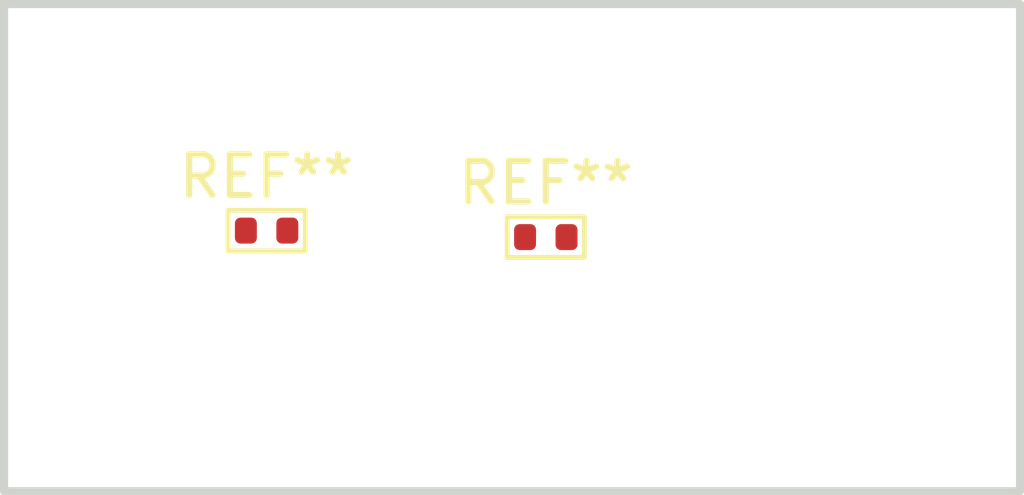
<source format=kicad_pcb>
(kicad_pcb (version 20241229) (generator "pcbnew") (generator_version "9.0")
  (layers (0 "F.Cu" signal) (2 "B.Cu" signal) (13 "F.Paste" user) (15 "B.Paste" user) (5 "F.SilkS" user "F.Silkscreen") (7 "B.SilkS" user "B.Silkscreen") (1 "F.Mask" user) (3 "B.Mask" user) (25 "Edge.Cuts" user))
  (net 0 "")
  (footprint "PCM_Resistor_SMD_AKL:R_0402_1005Metric" (layer "F.Cu") (at 113.33 105.74)
    (property "Reference" "REF**" (at 0 -1.3335 0) (layer "F.SilkS"))
    (property "Value" "R_0402_1005Metric" (hide yes))
    (fp_line (start -0.95 -0.5) (end -0.95 0.5) (stroke (width 0.12)) (layer "F.SilkS"))
    (fp_line (start -0.95 0.5) (end 0.95 0.5) (stroke (width 0.12)) (layer "F.SilkS"))
    (fp_line (start 0.95 -0.5) (end -0.95 -0.5) (stroke (width 0.12)) (layer "F.SilkS"))
    (fp_line (start 0.95 0.5) (end 0.95 -0.5) (stroke (width 0.12)) (layer "F.SilkS"))
    (pad "1" smd roundrect (at -0.51 0) (size 0.54 0.64) (layers "F.Cu" "F.Mask" "F.Paste"))
    (pad "2" smd roundrect (at 0.51 0) (size 0.54 0.64) (layers "F.Cu" "F.Mask" "F.Paste"))
  )
  (footprint "PCM_Resistor_SMD_AKL:R_0402_1005Metric" (layer "F.Cu") (at 106.46 105.58)
    (property "Reference" "REF**" (at 0 -1.3335 0) (layer "F.SilkS"))
    (property "Value" "R_0402_1005Metric" (hide yes))
    (fp_line (start -0.95 -0.5) (end -0.95 0.5) (stroke (width 0.12)) (layer "F.SilkS"))
    (fp_line (start -0.95 0.5) (end 0.95 0.5) (stroke (width 0.12)) (layer "F.SilkS"))
    (fp_line (start 0.95 -0.5) (end -0.95 -0.5) (stroke (width 0.12)) (layer "F.SilkS"))
    (fp_line (start 0.95 0.5) (end 0.95 -0.5) (stroke (width 0.12)) (layer "F.SilkS"))
    (pad "1" smd roundrect (at -0.51 0) (size 0.54 0.64) (layers "F.Cu" "F.Mask" "F.Paste"))
    (pad "2" smd roundrect (at 0.51 0) (size 0.54 0.64) (layers "F.Cu" "F.Mask" "F.Paste"))
  )
  (gr_rect (start 100 100) (end 125 112) (stroke (width 0.2)) (fill no) (layer "Edge.Cuts"))
)
</source>
